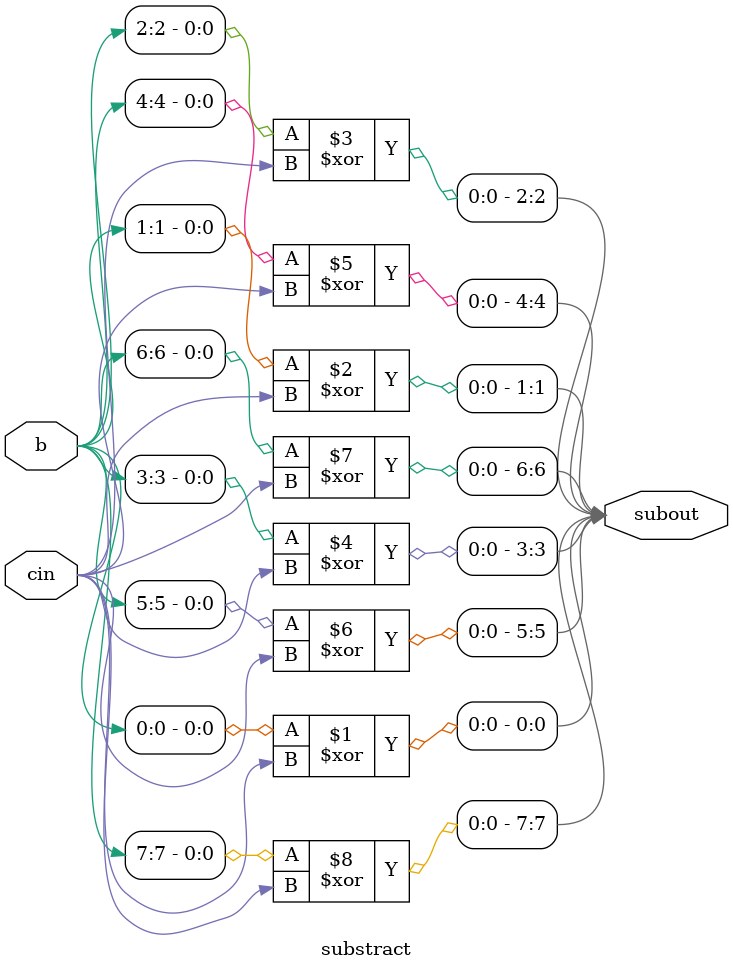
<source format=v>
module substract(
	 input [7:0] b,
	 input cin,
	 output [7:0] subout);
	 
	 
	
	 xor xo(subout[0],b[0],cin);
	 xor x1(subout[1],b[1],cin);
	 xor x2(subout[2],b[2],cin);
	 xor x3(subout[3],b[3],cin);
	 xor x4(subout[4],b[4],cin);
	 xor x5(subout[5],b[5],cin);
	 xor x6(subout[6],b[6],cin);
	 xor x7(subout[7],b[7],cin);
	 
	 
	
	 
	 
endmodule
</source>
